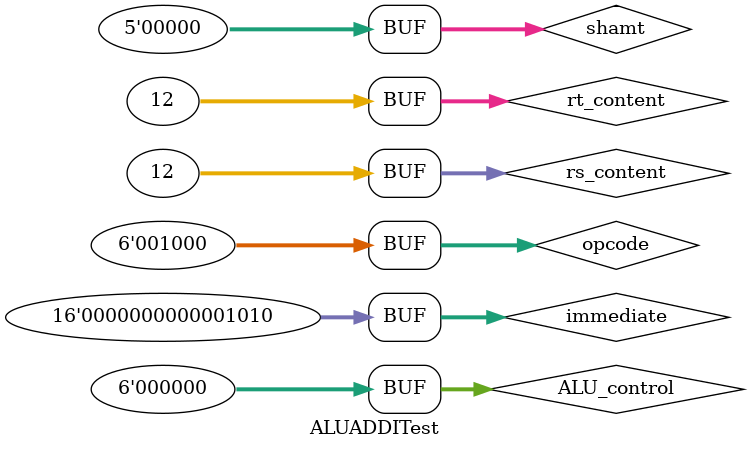
<source format=v>
`timescale 1ns / 1ps


module ALUADDITest;

	// Inputs
	reg [5:0] opcode;
	reg [31:0] rs_content;
	reg [31:0] rt_content;
	reg [4:0] shamt;
	reg [5:0] ALU_control;
	reg [15:0] immediate;

	// Outputs
	wire [31:0] ALU_result;
	wire sig_branch;

	// Instantiate the Unit Under Test (UUT)
	ALU uut (
		.ALU_result(ALU_result), 
		.sig_branch(sig_branch), 
		.opcode(opcode), 
		.rs_content(rs_content), 
		.rt_content(rt_content), 
		.shamt(shamt), 
		.ALU_control(ALU_control), 
		.immediate(immediate)
	);

	initial begin
		// Initialize Inputs
		opcode = 0;
		rs_content = 0;
		shamt = 0;
		ALU_control = 0;
		immediate = 9;

		// Wait 100 ns for global reset to finish
		#100;
		
		opcode = 6'b001000;
		rs_content = 15;
		rt_content = 12;
		shamt = 0;
		immediate = 13;
		#100;
		
		opcode = 6'b001000;
		rs_content = 23;
		shamt = 0;
		immediate = 19;
		#100;

		opcode = 6'b001000;
		rs_content = 12;
		shamt = 0;
		immediate = 10;
		#100;
        
		// Add stimulus here

	end
      
endmodule


</source>
